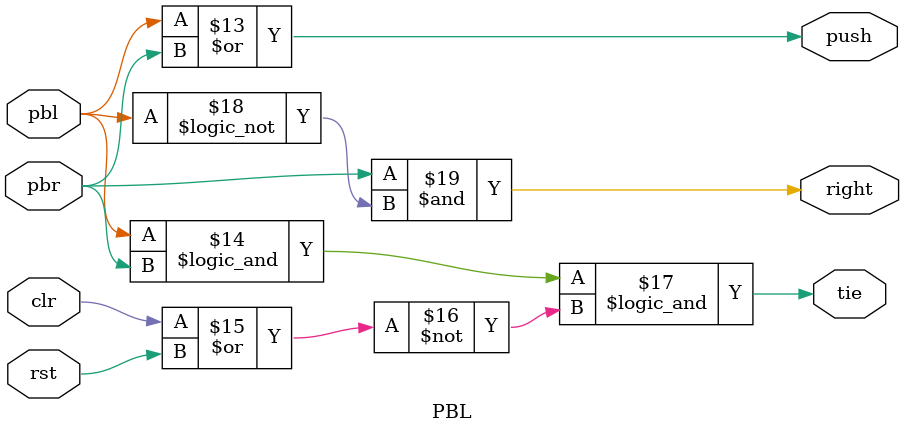
<source format=v>
`timescale 1ns / 1ps
module PBL(pbl, pbr, rst, clr, push, tie, right);
  input pbl, pbr, clr, rst;
  output push, tie, right;
  wire G, H, Gx, Hx, LPx, RPx;

  assign LPx = (pbl & !H);
  assign Gx = (LPx | G);
  assign G = Gx & ~(rst | clr);
  
  assign RPx = (pbr & !G);
  //repeated latch
  assign Hx = (RPx | H);
  assign H = Hx & ~(rst | clr);

  assign push = pbl | pbr; 
  assign tie = pbl && pbr && ~(clr | rst); 
  assign right = pbr &!pbl; 
endmodule
  




</source>
